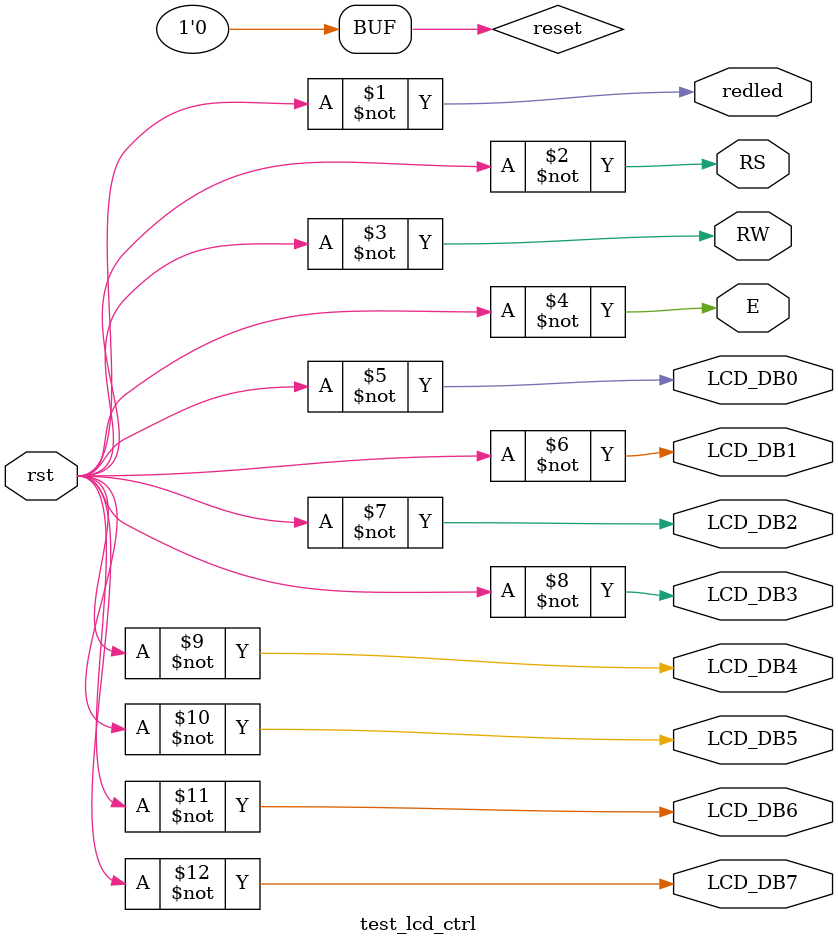
<source format=v>
module test_lcd_ctrl(
    input wire rst, output wire redled,
    output wire RS, output wire E, output wire RW,
    output wire LCD_DB0,
    output wire LCD_DB1,
    output wire LCD_DB2,
    output wire LCD_DB3,
    output wire LCD_DB4,
    output wire LCD_DB5,
    output wire LCD_DB6,
    output wire LCD_DB7
);

    reg reset = 0;
    wire clk;

    qlal4s3b_cell_macro qlal4s3b_cell(.Sys_Clk0(clk));

    assign redled = ~rst;
    assign RS =      ~rst;
    assign RW =      ~rst;
    assign E =       ~rst;
    assign LCD_DB0 = ~rst;
    assign LCD_DB1 = ~rst;
    assign LCD_DB2 = ~rst;
    assign LCD_DB3 = ~rst;
    assign LCD_DB4 = ~rst;
    assign LCD_DB5 = ~rst;
    assign LCD_DB6 = ~rst;
    assign LCD_DB7 = ~rst;

endmodule
</source>
